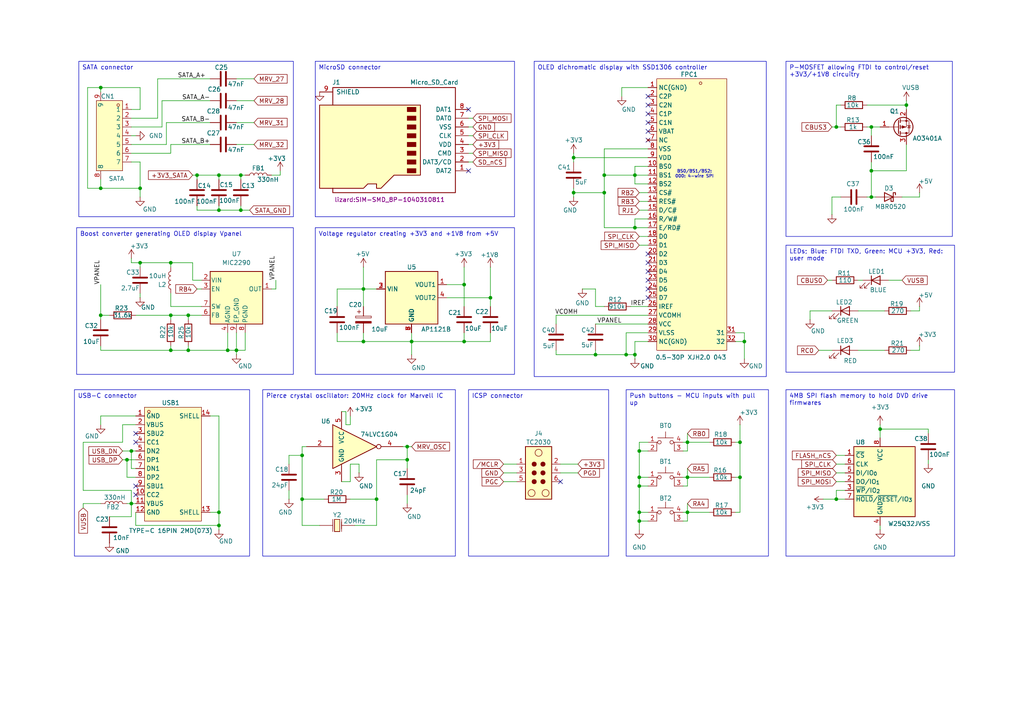
<source format=kicad_sch>
(kicad_sch (version 20250114) (generator "eeschema") (generator_version "9.0")
  (paper "A4")
  (text "BS0/BS1/BS2:\n000: 4-wire SPI" (at 201.422 50.546 0) (effects (font (size 0.889 0.889))))
  (text_box "Boost converter generating OLED display Vpanel" (at 22.225 66.04 0) (size 62.865 42.545) (margins 0.9525 0.9525 0.9525 0.9525) (effects (font (size 1.27 1.27)) (justify left top)))
  (text_box "4MB SPI flash memory to hold DVD drive firmwares" (at 227.965 113.03 0) (size 48.895 48.26) (margins 0.9525 0.9525 0.9525 0.9525) (effects (font (size 1.27 1.27)) (justify left top)))
  (text_box "Voltage regulator creating +3V3 and +1V8 from +5V" (at 91.44 66.04 0) (size 57.785 42.545) (margins 0.9525 0.9525 0.9525 0.9525) (effects (font (size 1.27 1.27)) (justify left top)))
  (text_box "Pierce crystal oscillator: 20MHz clock for Marvell IC" (at 76.2 113.03 0) (size 55.88 48.26) (margins 0.9525 0.9525 0.9525 0.9525) (effects (font (size 1.27 1.27)) (justify left top)))
  (text_box "USB-C connector" (at 21.59 113.03 0) (size 50.8 48.26) (margins 0.9525 0.9525 0.9525 0.9525) (effects (font (size 1.27 1.27)) (justify left top)))
  (text_box "SATA connector" (at 22.86 17.78 0) (size 62.23 45.085) (margins 0.9525 0.9525 0.9525 0.9525) (effects (font (size 1.27 1.27)) (justify left top)))
  (text_box "OLED dichromatic display with SSD1306 controller" (at 154.94 17.78 0) (size 67.31 91.44) (margins 0.9525 0.9525 0.9525 0.9525) (effects (font (size 1.27 1.27)) (justify left top)))
  (text_box "Push buttons - MCU inputs with pull up" (at 181.61 113.03 0) (size 41.275 48.26) (margins 0.9525 0.9525 0.9525 0.9525) (effects (font (size 1.27 1.27)) (justify left top)))
  (text_box "MicroSD connector" (at 91.44 17.78 0) (size 57.785 45.085) (margins 0.9525 0.9525 0.9525 0.9525) (effects (font (size 1.27 1.27)) (justify left top)))
  (text_box "P-MOSFET allowing FTDI to control/reset +3V3/+1V8 circuitry" (at 227.965 17.78 0) (size 48.26 50.8) (margins 0.9525 0.9525 0.9525 0.9525) (effects (font (size 1.27 1.27)) (justify left top)))
  (text_box "LEDs; Blue: FTDI TXD, Green: MCU +3V3, Red: user mode" (at 227.965 71.12 0) (size 48.895 36.83) (margins 0.9525 0.9525 0.9525 0.9525) (effects (font (size 1.27 1.27)) (justify left top)))
  (text_box "ICSP connector" (at 135.89 113.03 0) (size 40.64 48.26) (margins 0.9525 0.9525 0.9525 0.9525) (effects (font (size 1.27 1.27)) (justify left top)))
  (junction (at 185.42 130.81))
  (junction (at 49.53 91.44))
  (junction (at 185.42 151.13))
  (junction (at 54.61 101.6))
  (junction (at 252.73 49.53))
  (junction (at 63.5 148.59))
  (junction (at 185.42 140.97))
  (junction (at 214.63 138.43))
  (junction (at 184.15 66.04))
  (junction (at 105.41 99.06))
  (junction (at 38.1 130.81))
  (junction (at 255.27 124.46))
  (junction (at 118.11 133.35))
  (junction (at 40.64 54.61))
  (junction (at 184.15 102.87))
  (junction (at 49.53 76.2))
  (junction (at 63.5 60.96))
  (junction (at 252.73 57.15))
  (junction (at 29.21 54.61))
  (junction (at 87.63 132.08))
  (junction (at 172.72 102.87))
  (junction (at 214.63 128.27))
  (junction (at 181.61 102.87))
  (junction (at 68.58 101.6))
  (junction (at 184.15 50.8))
  (junction (at 199.39 128.27))
  (junction (at 175.26 55.88))
  (junction (at 119.38 99.06))
  (junction (at 29.21 91.44))
  (junction (at 185.42 138.43))
  (junction (at 57.15 50.8))
  (junction (at 87.63 144.78))
  (junction (at 242.57 36.83))
  (junction (at 134.62 82.55))
  (junction (at 63.5 152.4))
  (junction (at 242.57 144.78))
  (junction (at 69.85 50.8))
  (junction (at 199.39 148.59))
  (junction (at 69.85 60.96))
  (junction (at 54.61 91.44))
  (junction (at 262.89 30.48))
  (junction (at 134.62 99.06))
  (junction (at 215.9 99.06))
  (junction (at 49.53 101.6))
  (junction (at 118.11 129.54))
  (junction (at 36.83 133.35))
  (junction (at 142.24 86.36))
  (junction (at 252.73 36.83))
  (junction (at 166.37 55.88))
  (junction (at 38.1 146.05))
  (junction (at 166.37 45.72))
  (junction (at 175.26 50.8))
  (junction (at 185.42 148.59))
  (junction (at 63.5 50.8))
  (junction (at 199.39 138.43))
  (junction (at 29.21 25.4))
  (junction (at 105.41 83.82))
  (junction (at 66.04 101.6))
  (junction (at 109.22 144.78))
  (junction (at 40.64 76.2))
  (no_connect (at 39.37 128.27))
  (no_connect (at 187.96 35.56))
  (no_connect (at 187.96 40.64))
  (no_connect (at 187.96 78.74))
  (no_connect (at 39.37 125.73))
  (no_connect (at 187.96 30.48))
  (no_connect (at 187.96 81.28))
  (no_connect (at 187.96 76.2))
  (no_connect (at 187.96 83.82))
  (no_connect (at 162.56 139.7))
  (no_connect (at 39.37 140.97))
  (no_connect (at 135.89 31.75))
  (no_connect (at 187.96 86.36))
  (no_connect (at 187.96 38.1))
  (no_connect (at 187.96 27.94))
  (no_connect (at 39.37 143.51))
  (no_connect (at 187.96 73.66))
  (no_connect (at 187.96 33.02))
  (no_connect (at 135.89 49.53))
  (wire (pts (xy 25.4 25.4) (xy 25.4 54.61)))
  (wire (pts (xy 109.22 133.35) (xy 118.11 133.35)))
  (wire (pts (xy 166.37 45.72) (xy 166.37 46.99)))
  (wire (pts (xy 55.88 76.2) (xy 55.88 81.28)))
  (wire (pts (xy 97.79 99.06) (xy 105.41 99.06)))
  (wire (pts (xy 35.56 128.27) (xy 35.56 123.19)))
  (wire (pts (xy 35.56 130.81) (xy 38.1 130.81)))
  (wire (pts (xy 105.41 96.52) (xy 105.41 99.06)))
  (wire (pts (xy 78.74 50.8) (xy 81.28 50.8)))
  (wire (pts (xy 161.29 102.87) (xy 161.29 101.6)))
  (wire (pts (xy 135.89 44.45) (xy 137.16 44.45)))
  (wire (pts (xy 175.26 55.88) (xy 175.26 66.04)))
  (wire (pts (xy 49.53 76.2) (xy 55.88 76.2)))
  (wire (pts (xy 242.57 139.7) (xy 245.11 139.7)))
  (wire (pts (xy 129.54 86.36) (xy 142.24 86.36)))
  (wire (pts (xy 234.95 92.71) (xy 234.95 90.17)))
  (wire (pts (xy 87.63 152.4) (xy 92.71 152.4)))
  (wire (pts (xy 242.57 142.24) (xy 242.57 144.78)))
  (wire (pts (xy 266.7 88.9) (xy 266.7 90.17)))
  (wire (pts (xy 54.61 100.33) (xy 54.61 101.6)))
  (wire (pts (xy 69.85 50.8) (xy 69.85 52.07)))
  (wire (pts (xy 198.12 138.43) (xy 199.39 138.43)))
  (wire (pts (xy 213.36 138.43) (xy 214.63 138.43)))
  (wire (pts (xy 242.57 137.16) (xy 245.11 137.16)))
  (wire (pts (xy 134.62 99.06) (xy 142.24 99.06)))
  (wire (pts (xy 146.05 139.7) (xy 149.86 139.7)))
  (wire (pts (xy 252.73 49.53) (xy 262.89 49.53)))
  (wire (pts (xy 105.41 99.06) (xy 119.38 99.06)))
  (wire (pts (xy 243.84 36.83) (xy 242.57 36.83)))
  (wire (pts (xy 63.5 120.65) (xy 63.5 148.59)))
  (wire (pts (xy 38.1 31.75) (xy 40.64 31.75)))
  (wire (pts (xy 172.72 83.82) (xy 168.91 83.82)))
  (wire (pts (xy 180.34 25.4) (xy 187.96 25.4)))
  (wire (pts (xy 80.01 83.82) (xy 78.74 83.82)))
  (wire (pts (xy 58.42 81.28) (xy 55.88 81.28)))
  (wire (pts (xy 38.1 146.05) (xy 38.1 142.24)))
  (wire (pts (xy 48.26 35.56) (xy 48.26 41.91)))
  (wire (pts (xy 57.15 83.82) (xy 58.42 83.82)))
  (wire (pts (xy 248.92 81.28) (xy 250.19 81.28)))
  (wire (pts (xy 187.96 96.52) (xy 181.61 96.52)))
  (wire (pts (xy 101.6 120.65) (xy 101.6 123.19)))
  (wire (pts (xy 39.37 148.59) (xy 39.37 152.4)))
  (wire (pts (xy 45.72 22.86) (xy 60.96 22.86)))
  (wire (pts (xy 198.12 140.97) (xy 199.39 140.97)))
  (wire (pts (xy 57.15 50.8) (xy 57.15 52.07)))
  (wire (pts (xy 184.15 63.5) (xy 187.96 63.5)))
  (wire (pts (xy 134.62 82.55) (xy 134.62 88.9)))
  (wire (pts (xy 31.75 149.86) (xy 38.1 149.86)))
  (wire (pts (xy 215.9 99.06) (xy 213.36 99.06)))
  (wire (pts (xy 71.12 50.8) (xy 69.85 50.8)))
  (wire (pts (xy 101.6 139.7) (xy 99.06 139.7)))
  (wire (pts (xy 199.39 135.89) (xy 199.39 138.43)))
  (wire (pts (xy 199.39 146.05) (xy 199.39 148.59)))
  (wire (pts (xy 87.63 129.54) (xy 88.9 129.54)))
  (wire (pts (xy 199.39 140.97) (xy 199.39 138.43)))
  (wire (pts (xy 264.16 101.6) (xy 266.7 101.6)))
  (wire (pts (xy 187.96 48.26) (xy 184.15 48.26)))
  (wire (pts (xy 184.15 50.8) (xy 187.96 50.8)))
  (wire (pts (xy 146.05 137.16) (xy 149.86 137.16)))
  (wire (pts (xy 142.24 99.06) (xy 142.24 96.52)))
  (wire (pts (xy 181.61 96.52) (xy 181.61 102.87)))
  (wire (pts (xy 119.38 99.06) (xy 134.62 99.06)))
  (wire (pts (xy 46.99 29.21) (xy 60.96 29.21)))
  (wire (pts (xy 185.42 71.12) (xy 187.96 71.12)))
  (wire (pts (xy 118.11 143.51) (xy 118.11 146.05)))
  (wire (pts (xy 252.73 46.99) (xy 252.73 49.53)))
  (wire (pts (xy 242.57 132.08) (xy 245.11 132.08)))
  (wire (pts (xy 166.37 55.88) (xy 175.26 55.88)))
  (wire (pts (xy 97.79 96.52) (xy 97.79 99.06)))
  (wire (pts (xy 29.21 52.07) (xy 29.21 54.61)))
  (wire (pts (xy 185.42 148.59) (xy 185.42 151.13)))
  (wire (pts (xy 35.56 123.19) (xy 39.37 123.19)))
  (wire (pts (xy 175.26 50.8) (xy 184.15 50.8)))
  (wire (pts (xy 240.03 81.28) (xy 241.3 81.28)))
  (wire (pts (xy 109.22 152.4) (xy 102.87 152.4)))
  (wire (pts (xy 242.57 144.78) (xy 245.11 144.78)))
  (wire (pts (xy 175.26 50.8) (xy 175.26 55.88)))
  (wire (pts (xy 129.54 82.55) (xy 134.62 82.55)))
  (wire (pts (xy 24.13 146.05) (xy 29.21 146.05)))
  (wire (pts (xy 199.39 128.27) (xy 199.39 130.81)))
  (wire (pts (xy 199.39 148.59) (xy 199.39 151.13)))
  (wire (pts (xy 80.01 81.28) (xy 80.01 83.82)))
  (wire (pts (xy 40.64 46.99) (xy 38.1 46.99)))
  (wire (pts (xy 172.72 102.87) (xy 181.61 102.87)))
  (wire (pts (xy 73.66 22.86) (xy 68.58 22.86)))
  (wire (pts (xy 242.57 142.24) (xy 245.11 142.24)))
  (wire (pts (xy 60.96 148.59) (xy 63.5 148.59)))
  (wire (pts (xy 161.29 102.87) (xy 172.72 102.87)))
  (wire (pts (xy 24.13 146.05) (xy 24.13 147.32)))
  (wire (pts (xy 29.21 91.44) (xy 29.21 92.71)))
  (wire (pts (xy 29.21 91.44) (xy 31.75 91.44)))
  (wire (pts (xy 135.89 39.37) (xy 137.16 39.37)))
  (wire (pts (xy 105.41 77.47) (xy 105.41 83.82)))
  (wire (pts (xy 69.85 50.8) (xy 63.5 50.8)))
  (wire (pts (xy 266.7 100.33) (xy 266.7 101.6)))
  (wire (pts (xy 251.46 36.83) (xy 252.73 36.83)))
  (wire (pts (xy 66.04 96.52) (xy 66.04 101.6)))
  (wire (pts (xy 63.5 148.59) (xy 63.5 152.4)))
  (wire (pts (xy 101.6 139.7) (xy 101.6 134.62)))
  (wire (pts (xy 214.63 128.27) (xy 213.36 128.27)))
  (wire (pts (xy 241.3 57.15) (xy 241.3 62.23)))
  (wire (pts (xy 184.15 102.87) (xy 181.61 102.87)))
  (wire (pts (xy 187.96 43.18) (xy 175.26 43.18)))
  (wire (pts (xy 68.58 101.6) (xy 68.58 102.87)))
  (wire (pts (xy 243.84 57.15) (xy 241.3 57.15)))
  (wire (pts (xy 66.04 101.6) (xy 68.58 101.6)))
  (wire (pts (xy 251.46 57.15) (xy 252.73 57.15)))
  (wire (pts (xy 252.73 57.15) (xy 254 57.15)))
  (wire (pts (xy 269.24 133.35) (xy 269.24 134.62)))
  (wire (pts (xy 38.1 130.81) (xy 38.1 135.89)))
  (wire (pts (xy 36.83 133.35) (xy 39.37 133.35)))
  (wire (pts (xy 185.42 130.81) (xy 187.96 130.81)))
  (wire (pts (xy 101.6 134.62) (xy 104.14 134.62)))
  (wire (pts (xy 142.24 86.36) (xy 142.24 88.9)))
  (wire (pts (xy 162.56 134.62) (xy 167.64 134.62)))
  (wire (pts (xy 172.72 88.9) (xy 172.72 83.82)))
  (wire (pts (xy 215.9 96.52) (xy 215.9 99.06)))
  (wire (pts (xy 119.38 96.52) (xy 119.38 99.06)))
  (wire (pts (xy 87.63 144.78) (xy 93.98 144.78)))
  (wire (pts (xy 166.37 55.88) (xy 166.37 57.15)))
  (wire (pts (xy 184.15 48.26) (xy 184.15 50.8)))
  (wire (pts (xy 54.61 91.44) (xy 54.61 92.71)))
  (wire (pts (xy 262.89 29.21) (xy 262.89 30.48)))
  (wire (pts (xy 185.42 130.81) (xy 185.42 138.43)))
  (wire (pts (xy 68.58 101.6) (xy 71.12 101.6)))
  (wire (pts (xy 199.39 125.73) (xy 199.39 128.27)))
  (wire (pts (xy 38.1 74.93) (xy 38.1 76.2)))
  (wire (pts (xy 185.42 60.96) (xy 187.96 60.96)))
  (wire (pts (xy 175.26 66.04) (xy 184.15 66.04)))
  (wire (pts (xy 87.63 132.08) (xy 87.63 144.78)))
  (wire (pts (xy 35.56 133.35) (xy 36.83 133.35)))
  (wire (pts (xy 72.39 60.96) (xy 69.85 60.96)))
  (wire (pts (xy 166.37 55.88) (xy 166.37 54.61)))
  (wire (pts (xy 234.95 90.17) (xy 241.3 90.17)))
  (wire (pts (xy 40.64 25.4) (xy 40.64 31.75)))
  (wire (pts (xy 146.05 134.62) (xy 149.86 134.62)))
  (wire (pts (xy 49.53 41.91) (xy 60.96 41.91)))
  (wire (pts (xy 184.15 53.34) (xy 187.96 53.34)))
  (wire (pts (xy 175.26 43.18) (xy 175.26 50.8)))
  (wire (pts (xy 184.15 50.8) (xy 184.15 53.34)))
  (wire (pts (xy 40.64 57.15) (xy 40.64 54.61)))
  (wire (pts (xy 214.63 128.27) (xy 214.63 138.43)))
  (wire (pts (xy 24.13 128.27) (xy 35.56 128.27)))
  (wire (pts (xy 185.42 58.42) (xy 187.96 58.42)))
  (wire (pts (xy 83.82 142.24) (xy 83.82 144.78)))
  (wire (pts (xy 135.89 46.99) (xy 137.16 46.99)))
  (wire (pts (xy 185.42 128.27) (xy 185.42 130.81)))
  (wire (pts (xy 135.89 41.91) (xy 137.16 41.91)))
  (wire (pts (xy 264.16 90.17) (xy 266.7 90.17)))
  (wire (pts (xy 135.89 36.83) (xy 137.16 36.83)))
  (wire (pts (xy 109.22 144.78) (xy 109.22 133.35)))
  (wire (pts (xy 162.56 137.16) (xy 167.64 137.16)))
  (wire (pts (xy 57.15 59.69) (xy 57.15 60.96)))
  (wire (pts (xy 29.21 100.33) (xy 29.21 101.6)))
  (wire (pts (xy 29.21 25.4) (xy 40.64 25.4)))
  (wire (pts (xy 49.53 101.6) (xy 54.61 101.6)))
  (wire (pts (xy 38.1 135.89) (xy 39.37 135.89)))
  (wire (pts (xy 63.5 50.8) (xy 63.5 52.07)))
  (wire (pts (xy 40.64 86.36) (xy 40.64 85.09)))
  (wire (pts (xy 58.42 88.9) (xy 49.53 88.9)))
  (wire (pts (xy 29.21 82.55) (xy 29.21 91.44)))
  (wire (pts (xy 187.96 138.43) (xy 185.42 138.43)))
  (wire (pts (xy 29.21 101.6) (xy 49.53 101.6)))
  (wire (pts (xy 100.33 123.19) (xy 100.33 119.38)))
  (wire (pts (xy 166.37 44.45) (xy 166.37 45.72)))
  (wire (pts (xy 199.39 151.13) (xy 198.12 151.13)))
  (wire (pts (xy 40.64 54.61) (xy 40.64 46.99)))
  (wire (pts (xy 252.73 39.37) (xy 252.73 36.83)))
  (wire (pts (xy 63.5 153.67) (xy 63.5 152.4)))
  (wire (pts (xy 215.9 99.06) (xy 215.9 104.14)))
  (wire (pts (xy 55.88 50.8) (xy 57.15 50.8)))
  (wire (pts (xy 73.66 41.91) (xy 68.58 41.91)))
  (wire (pts (xy 248.92 101.6) (xy 256.54 101.6)))
  (wire (pts (xy 172.72 93.98) (xy 187.96 93.98)))
  (wire (pts (xy 185.42 151.13) (xy 185.42 153.67)))
  (wire (pts (xy 83.82 132.08) (xy 83.82 134.62)))
  (wire (pts (xy 180.34 27.94) (xy 180.34 25.4)))
  (wire (pts (xy 81.28 49.53) (xy 81.28 50.8)))
  (wire (pts (xy 38.1 142.24) (xy 24.13 142.24)))
  (wire (pts (xy 87.63 129.54) (xy 87.63 132.08)))
  (wire (pts (xy 29.21 123.19) (xy 29.21 120.65)))
  (wire (pts (xy 57.15 50.8) (xy 63.5 50.8)))
  (wire (pts (xy 25.4 54.61) (xy 29.21 54.61)))
  (wire (pts (xy 54.61 101.6) (xy 66.04 101.6)))
  (wire (pts (xy 172.72 88.9) (xy 175.26 88.9)))
  (wire (pts (xy 161.29 93.98) (xy 161.29 91.44)))
  (wire (pts (xy 63.5 59.69) (xy 63.5 60.96)))
  (wire (pts (xy 266.7 57.15) (xy 266.7 55.88)))
  (wire (pts (xy 40.64 54.61) (xy 29.21 54.61)))
  (wire (pts (xy 49.53 41.91) (xy 49.53 44.45)))
  (wire (pts (xy 49.53 101.6) (xy 49.53 100.33)))
  (wire (pts (xy 172.72 102.87) (xy 172.72 101.6)))
  (wire (pts (xy 262.89 30.48) (xy 262.89 31.75)))
  (wire (pts (xy 49.53 44.45) (xy 38.1 44.45)))
  (wire (pts (xy 199.39 128.27) (xy 198.12 128.27)))
  (wire (pts (xy 46.99 29.21) (xy 46.99 36.83)))
  (wire (pts (xy 199.39 138.43) (xy 205.74 138.43)))
  (wire (pts (xy 105.41 88.9) (xy 105.41 83.82)))
  (wire (pts (xy 134.62 77.47) (xy 134.62 82.55)))
  (wire (pts (xy 184.15 99.06) (xy 184.15 102.87)))
  (wire (pts (xy 142.24 77.47) (xy 142.24 86.36)))
  (wire (pts (xy 49.53 91.44) (xy 54.61 91.44)))
  (wire (pts (xy 242.57 134.62) (xy 245.11 134.62)))
  (wire (pts (xy 257.81 81.28) (xy 261.62 81.28)))
  (wire (pts (xy 101.6 144.78) (xy 109.22 144.78)))
  (wire (pts (xy 237.49 101.6) (xy 241.3 101.6)))
  (wire (pts (xy 38.1 149.86) (xy 38.1 146.05)))
  (wire (pts (xy 46.99 36.83) (xy 38.1 36.83)))
  (wire (pts (xy 213.36 96.52) (xy 215.9 96.52)))
  (wire (pts (xy 185.42 151.13) (xy 187.96 151.13)))
  (wire (pts (xy 48.26 41.91) (xy 38.1 41.91)))
  (wire (pts (xy 255.27 152.4) (xy 255.27 153.67)))
  (wire (pts (xy 182.88 88.9) (xy 187.96 88.9)))
  (wire (pts (xy 187.96 148.59) (xy 185.42 148.59)))
  (wire (pts (xy 29.21 25.4) (xy 29.21 26.67)))
  (wire (pts (xy 38.1 39.37) (xy 39.37 39.37)))
  (wire (pts (xy 166.37 45.72) (xy 187.96 45.72)))
  (wire (pts (xy 269.24 125.73) (xy 269.24 124.46)))
  (wire (pts (xy 116.84 129.54) (xy 118.11 129.54)))
  (wire (pts (xy 49.53 92.71) (xy 49.53 91.44)))
  (wire (pts (xy 248.92 90.17) (xy 256.54 90.17)))
  (wire (pts (xy 262.89 49.53) (xy 262.89 41.91)))
  (wire (pts (xy 242.57 36.83) (xy 242.57 30.48)))
  (wire (pts (xy 36.83 138.43) (xy 36.83 133.35)))
  (wire (pts (xy 213.36 148.59) (xy 214.63 148.59)))
  (wire (pts (xy 185.42 140.97) (xy 185.42 148.59)))
  (wire (pts (xy 73.66 35.56) (xy 68.58 35.56)))
  (wire (pts (xy 45.72 22.86) (xy 45.72 34.29)))
  (wire (pts (xy 252.73 57.15) (xy 252.73 49.53)))
  (wire (pts (xy 29.21 25.4) (xy 25.4 25.4)))
  (wire (pts (xy 97.79 83.82) (xy 105.41 83.82)))
  (wire (pts (xy 261.62 57.15) (xy 266.7 57.15)))
  (wire (pts (xy 40.64 76.2) (xy 49.53 76.2)))
  (wire (pts (xy 118.11 133.35) (xy 118.11 129.54)))
  (wire (pts (xy 242.57 30.48) (xy 243.84 30.48)))
  (wire (pts (xy 101.6 123.19) (xy 100.33 123.19)))
  (wire (pts (xy 185.42 138.43) (xy 185.42 140.97)))
  (wire (pts (xy 199.39 148.59) (xy 205.74 148.59)))
  (wire (pts (xy 184.15 66.04) (xy 187.96 66.04)))
  (wire (pts (xy 255.27 123.19) (xy 255.27 124.46)))
  (wire (pts (xy 45.72 34.29) (xy 38.1 34.29)))
  (wire (pts (xy 251.46 30.48) (xy 262.89 30.48)))
  (wire (pts (xy 29.21 120.65) (xy 39.37 120.65)))
  (wire (pts (xy 185.42 68.58) (xy 187.96 68.58)))
  (wire (pts (xy 39.37 91.44) (xy 49.53 91.44)))
  (wire (pts (xy 134.62 96.52) (xy 134.62 99.06)))
  (wire (pts (xy 198.12 148.59) (xy 199.39 148.59)))
  (wire (pts (xy 118.11 133.35) (xy 118.11 135.89)))
  (wire (pts (xy 54.61 91.44) (xy 58.42 91.44)))
  (wire (pts (xy 38.1 76.2) (xy 40.64 76.2)))
  (wire (pts (xy 73.66 29.21) (xy 68.58 29.21)))
  (wire (pts (xy 39.37 152.4) (xy 63.5 152.4)))
  (wire (pts (xy 161.29 91.44) (xy 187.96 91.44)))
  (wire (pts (xy 48.26 35.56) (xy 60.96 35.56)))
  (wire (pts (xy 24.13 142.24) (xy 24.13 128.27)))
  (wire (pts (xy 135.89 34.29) (xy 137.16 34.29)))
  (wire (pts (xy 69.85 60.96) (xy 63.5 60.96)))
  (wire (pts (xy 255.27 124.46) (xy 269.24 124.46)))
  (wire (pts (xy 184.15 102.87) (xy 184.15 104.14)))
  (wire (pts (xy 105.41 83.82) (xy 109.22 83.82)))
  (wire (pts (xy 199.39 128.27) (xy 205.74 128.27)))
  (wire (pts (xy 38.1 146.05) (xy 39.37 146.05)))
  (wire (pts (xy 69.85 60.96) (xy 69.85 59.69)))
  (wire (pts (xy 119.38 102.87) (xy 119.38 99.06)))
  (wire (pts (xy 184.15 63.5) (xy 184.15 66.04)))
  (wire (pts (xy 39.37 138.43) (xy 36.83 138.43)))
  (wire (pts (xy 49.53 77.47) (xy 49.53 76.2)))
  (wire (pts (xy 185.42 55.88) (xy 187.96 55.88)))
  (wire (pts (xy 187.96 128.27) (xy 185.42 128.27)))
  (wire (pts (xy 60.96 120.65) (xy 63.5 120.65)))
  (wire (pts (xy 118.11 129.54) (xy 119.38 129.54)))
  (wire (pts (xy 63.5 60.96) (xy 57.15 60.96)))
  (wire (pts (xy 87.63 144.78) (xy 87.63 152.4)))
  (wire (pts (xy 39.37 130.81) (xy 38.1 130.81)))
  (wire (pts (xy 71.12 96.52) (xy 71.12 101.6)))
  (wire (pts (xy 242.57 36.83) (xy 241.3 36.83)))
  (wire (pts (xy 49.53 85.09) (xy 49.53 88.9)))
  (wire (pts (xy 104.14 137.16) (xy 104.14 134.62)))
  (wire (pts (xy 100.33 119.38) (xy 99.06 119.38)))
  (wire (pts (xy 199.39 130.81) (xy 198.12 130.81)))
  (wire (pts (xy 109.22 152.4) (xy 109.22 144.78)))
  (wire (pts (xy 187.96 99.06) (xy 184.15 99.06)))
  (wire (pts (xy 214.63 138.43) (xy 214.63 148.59)))
  (wire (pts (xy 255.27 124.46) (xy 255.27 127)))
  (wire (pts (xy 83.82 132.08) (xy 87.63 132.08)))
  (wire (pts (xy 214.63 123.19) (xy 214.63 128.27)))
  (wire (pts (xy 40.64 76.2) (xy 40.64 77.47)))
  (wire (pts (xy 68.58 96.52) (xy 68.58 101.6)))
  (wire (pts (xy 252.73 36.83) (xy 255.27 36.83)))
  (wire (pts (xy 238.76 144.78) (xy 242.57 144.78)))
  (wire (pts (xy 185.42 140.97) (xy 187.96 140.97)))
  (wire (pts (xy 97.79 88.9) (xy 97.79 83.82)))
  (wire (pts (xy 36.83 146.05) (xy 38.1 146.05)))
  (label "SATA_B-" (at 60.96 35.56 180))
  (label "SATA_B+" (at 60.96 41.91 180))
  (label "VPANEL" (at 180.34 93.98 180))
  (label "VPANEL" (at 29.21 82.55 90))
  (label "VCOMH" (at 167.64 91.44 180))
  (label "SATA_A-" (at 60.96 29.21 180))
  (label "VPANEL" (at 80.01 81.28 90))
  (label "SATA_A+" (at 59.69 22.86 180))
  (label "IREF" (at 182.88 88.9 0))
  (global_label "RB2" (shape input) (at 185.42 55.88 180) (property "Intersheetrefs" "${INTERSHEET_REFS}" (effects (hide yes))))
  (global_label "RB3" (shape input) (at 185.42 58.42 180) (property "Intersheetrefs" "${INTERSHEET_REFS}" (effects (hide yes))))
  (global_label "VUSB" (shape input) (at 261.62 81.28 0) (property "Intersheetrefs" "${INTERSHEET_REFS}" (effects (hide yes))))
  (global_label "RA5" (shape input) (at 199.39 135.89 0) (property "Intersheetrefs" "${INTERSHEET_REFS}" (effects (hide yes))))
  (global_label "+3V3" (shape input) (at 137.16 41.91 0) (property "Intersheetrefs" "${INTERSHEET_REFS}" (effects (hide yes))))
  (global_label "RA4" (shape input) (at 199.39 146.05 0) (property "Intersheetrefs" "${INTERSHEET_REFS}" (effects (hide yes))))
  (global_label "RB4" (shape input) (at 57.15 83.82 180) (property "Intersheetrefs" "${INTERSHEET_REFS}" (effects (hide yes))))
  (global_label "GND" (shape input) (at 137.16 36.83 0) (property "Intersheetrefs" "${INTERSHEET_REFS}" (effects (hide yes))))
  (global_label "MRV_OSC" (shape input) (at 119.38 129.54 0) (property "Intersheetrefs" "${INTERSHEET_REFS}" (effects (hide yes))))
  (global_label "MRV_27" (shape input) (at 73.66 22.86 0) (property "Intersheetrefs" "${INTERSHEET_REFS}" (effects (hide yes))))
  (global_label "SPI_CLK" (shape input) (at 137.16 39.37 0) (property "Intersheetrefs" "${INTERSHEET_REFS}" (effects (hide yes))))
  (global_label "GND" (shape input) (at 146.05 137.16 180) (property "Intersheetrefs" "${INTERSHEET_REFS}" (effects (hide yes))))
  (global_label "PGC" (shape input) (at 146.05 139.7 180) (property "Intersheetrefs" "${INTERSHEET_REFS}" (effects (hide yes))))
  (global_label "SPI_MISO" (shape input) (at 185.42 71.12 180) (property "Intersheetrefs" "${INTERSHEET_REFS}" (effects (hide yes))))
  (global_label "SD_nCS" (shape input) (at 137.16 46.99 0) (property "Intersheetrefs" "${INTERSHEET_REFS}" (effects (hide yes))))
  (global_label "RC0" (shape input) (at 237.49 101.6 180) (property "Intersheetrefs" "${INTERSHEET_REFS}" (effects (hide yes))))
  (global_label "{slash}MCLR" (shape input) (at 146.05 134.62 180) (property "Intersheetrefs" "${INTERSHEET_REFS}" (effects (hide yes))))
  (global_label "SPI_CLK" (shape input) (at 185.42 68.58 180) (property "Intersheetrefs" "${INTERSHEET_REFS}" (effects (hide yes))))
  (global_label "MRV_28" (shape input) (at 73.66 29.21 0) (property "Intersheetrefs" "${INTERSHEET_REFS}" (effects (hide yes))))
  (global_label "+3V3" (shape input) (at 167.64 134.62 0) (property "Intersheetrefs" "${INTERSHEET_REFS}" (effects (hide yes))))
  (global_label "USB_DN" (shape input) (at 35.56 130.81 180) (property "Intersheetrefs" "${INTERSHEET_REFS}" (effects (hide yes))))
  (global_label "FLASH_nCS" (shape input) (at 242.57 132.08 180) (property "Intersheetrefs" "${INTERSHEET_REFS}" (effects (hide yes))))
  (global_label "SPI_MISO" (shape input) (at 137.16 44.45 0) (property "Intersheetrefs" "${INTERSHEET_REFS}" (effects (hide yes))))
  (global_label "SATA_GND" (shape input) (at 72.39 60.96 0) (property "Intersheetrefs" "${INTERSHEET_REFS}" (effects (hide yes))))
  (global_label "CBUS3" (shape input) (at 241.3 36.83 180) (property "Intersheetrefs" "${INTERSHEET_REFS}" (effects (hide yes))))
  (global_label "SPI_CLK" (shape input) (at 242.57 134.62 180) (property "Intersheetrefs" "${INTERSHEET_REFS}" (effects (hide yes))))
  (global_label "PGD" (shape input) (at 167.64 137.16 0) (property "Intersheetrefs" "${INTERSHEET_REFS}" (effects (hide yes))))
  (global_label "RB0" (shape input) (at 199.39 125.73 0) (property "Intersheetrefs" "${INTERSHEET_REFS}" (effects (hide yes))))
  (global_label "MRV_32" (shape input) (at 73.66 41.91 0) (property "Intersheetrefs" "${INTERSHEET_REFS}" (effects (hide yes))))
  (global_label "RJ1" (shape input) (at 185.42 60.96 180) (property "Intersheetrefs" "${INTERSHEET_REFS}" (effects (hide yes))))
  (global_label "SPI_MOSI" (shape input) (at 242.57 139.7 180) (property "Intersheetrefs" "${INTERSHEET_REFS}" (effects (hide yes))))
  (global_label "SPI_MISO" (shape input) (at 242.57 137.16 180) (property "Intersheetrefs" "${INTERSHEET_REFS}" (effects (hide yes))))
  (global_label "USB_DP" (shape input) (at 35.56 133.35 180) (property "Intersheetrefs" "${INTERSHEET_REFS}" (effects (hide yes))))
  (global_label "MRV_31" (shape input) (at 73.66 35.56 0) (property "Intersheetrefs" "${INTERSHEET_REFS}" (effects (hide yes))))
  (global_label "SPI_MOSI" (shape input) (at 137.16 34.29 0) (property "Intersheetrefs" "${INTERSHEET_REFS}" (effects (hide yes))))
  (global_label "+3V3_SATA" (shape input) (at 55.88 50.8 180) (property "Intersheetrefs" "${INTERSHEET_REFS}" (effects (hide yes))))
  (global_label "CBUS0" (shape input) (at 240.03 81.28 180) (property "Intersheetrefs" "${INTERSHEET_REFS}" (effects (hide yes))))
  (global_label "VUSB" (shape input) (at 24.13 147.32 270) (property "Intersheetrefs" "${INTERSHEET_REFS}" (effects (hide yes))))
  (symbol (lib_id "power:+1V8") (at 142.24 77.47 0) (unit 1)
    (property "Reference" "#PWR06" (effects (hide yes)))
    (property "Value" "+1V8" (at 141.986 73.914 0))
    (property "Description" "Power symbol creates a global label with name \"+1V8\"" (effects (hide yes)))
  )
  (symbol (lib_id "Switch:SW_MEC_5E") (at 193.04 140.97 0) (unit 1)
    (property "Reference" "BT1" (at 193.04 133.858 0))
    (property "Value" "SW_Push" (effects (hide yes)))
    (property "Footprint" "lizard:KEY-SMD_4P-L6.0-W6.0-P4.50-LS9.0" (effects (hide yes)))
    (property "Datasheet" "http://www.apem.com/int/index.php?controller=attachment&id_attachment=1371" (effects (hide yes)))
    (property "Description" "MEC 5E single pole normally-open tactile switch" (effects (hide yes)))
  )
  (symbol (lib_id "Device:C") (at 247.65 57.15 90) (mirror x) (unit 1)
    (property "Reference" "C37" (at 247.396 53.34 90))
    (property "Value" "100nF" (at 247.65 60.706 90))
    (property "Footprint" "Capacitor_SMD:C_0603_1608Metric" (effects (hide yes)))
    (property "Description" "Unpolarized capacitor" (effects (hide yes)))
  )
  (symbol (lib_id "Device:L") (at 49.53 81.28 180) (unit 1)
    (property "Reference" "L2" (at 48.26 82.5501 0) (effects (justify left)))
    (property "Value" "10uH" (at 48.26 80.0101 0) (effects (justify left)))
    (property "Footprint" "Inductor_SMD_Wurth:L_Wurth_WE-LQSH-3012" (effects (hide yes)))
  )
  (symbol (lib_id "lizard:0.5-30PXJH2.0043") (at 201.93 62.23 0) (unit 1)
    (property "Reference" "FPC1" (at 199.898 21.59 0))
    (property "Value" "0.5-30P XJH2.0 043" (at 200.406 103.632 0))
    (property "Footprint" "lizard:FPC-SMD_30P-P0.50_0.5-30P-XJH2.0-043" (effects (hide yes)))
    (property "LCSC Part" "C5373440" (effects (hide yes)))
  )
  (symbol (lib_id "power:GND") (at 68.58 102.87 0) (unit 1)
    (property "Reference" "#PWR029" (effects (hide yes)))
    (property "Value" "GND" (at 71.12 106.172 0))
    (property "Description" "Power symbol creates a global label with name \"GND\" , ground" (effects (hide yes)))
  )
  (symbol (lib_id "power:GND") (at 29.21 123.19 0) (unit 1)
    (property "Reference" "#PWR025" (effects (hide yes)))
    (property "Value" "GND" (at 26.67 126.492 0))
    (property "Description" "Power symbol creates a global label with name \"GND\" , ground" (effects (hide yes)))
  )
  (symbol (lib_id "Device:C") (at 64.77 22.86 270) (mirror x) (unit 1)
    (property "Reference" "C25" (at 62.23 19.558 90) (effects (justify left)))
    (property "Value" "47nF" (at 66.04 24.384 90) (effects (justify left)))
    (property "Footprint" "Capacitor_SMD:C_0603_1608Metric" (effects (hide yes)))
    (property "Description" "Unpolarized capacitor" (effects (hide yes)))
  )
  (symbol (lib_id "power:+3V3") (at 166.37 44.45 0) (unit 1)
    (property "Reference" "#PWR053" (effects (hide yes)))
    (property "Value" "+3V3" (at 166.37 40.64 0))
    (property "Description" "Power symbol creates a global label with name \"+3V3\"" (effects (hide yes)))
  )
  (symbol (lib_id "power:+3V3") (at 255.27 123.19 0) (unit 1)
    (property "Reference" "#PWR011" (effects (hide yes)))
    (property "Value" "+3V3" (at 255.27 118.11 0))
    (property "Description" "Power symbol creates a global label with name \"+3V3\"" (effects (hide yes)))
  )
  (symbol (lib_id "Device:C") (at 57.15 55.88 0) (mirror y) (unit 1)
    (property "Reference" "C14" (at 61.214 53.848 0) (effects (justify left)))
    (property "Value" "100nF" (at 56.642 58.42 0) (effects (justify left)))
    (property "Footprint" "Capacitor_SMD:C_0603_1608Metric" (effects (hide yes)))
    (property "Description" "Unpolarized capacitor" (effects (hide yes)))
  )
  (symbol (lib_id "Device:R") (at 247.65 36.83 270) (unit 1)
    (property "Reference" "R13" (at 247.396 34.798 90))
    (property "Value" "1k" (at 247.396 36.83 90))
    (property "Footprint" "Resistor_SMD:R_0805_2012Metric" (effects (hide yes)))
  )
  (symbol (lib_id "Device:C") (at 64.77 41.91 270) (mirror x) (unit 1)
    (property "Reference" "C27" (at 59.944 38.608 90) (effects (justify left)))
    (property "Value" "47nF" (at 66.04 43.434 90) (effects (justify left)))
    (property "Footprint" "Capacitor_SMD:C_0603_1608Metric" (effects (hide yes)))
    (property "Description" "Unpolarized capacitor" (effects (hide yes)))
  )
  (symbol (lib_id "power:GND") (at 83.82 144.78 0) (unit 1)
    (property "Reference" "#PWR033" (effects (hide yes)))
    (property "Value" "GND" (at 82.804 148.59 0))
    (property "Description" "Power symbol creates a global label with name \"GND\" , ground" (effects (hide yes)))
  )
  (symbol (lib_id "power:GND") (at 269.24 134.62 0) (unit 1)
    (property "Reference" "#PWR039" (effects (hide yes)))
    (property "Value" "GND" (at 269.24 140.97 0))
    (property "Description" "Power symbol creates a global label with name \"GND\" , ground" (effects (hide yes)))
  )
  (symbol (lib_id "power:GND") (at 255.27 153.67 0) (unit 1)
    (property "Reference" "#PWR04" (effects (hide yes)))
    (property "Value" "GND" (at 255.27 158.75 0))
    (property "Description" "Power symbol creates a global label with name \"GND\" , ground" (effects (hide yes)))
  )
  (symbol (lib_id "Memory_Flash:W25Q32JVSS") (at 255.27 139.7 0) (unit 1)
    (property "Reference" "U8" (at 248.158 128.27 0) (effects (justify left)))
    (property "Value" "W25Q32JVSS" (at 257.556 151.892 0) (effects (justify left)))
    (property "Footprint" "Package_SO:SOIC-8_5.3x5.3mm_P1.27mm" (effects (hide yes)))
    (property "Datasheet" "http://www.winbond.com/resource-files/w25q32jv%20revg%2003272018%20plus.pdf" (effects (hide yes)))
    (property "Description" "32Mbit / 4MiB Serial Flash Memory, Standard/Dual/Quad SPI, 2.7-3.6V, SOIC-8 (208 mil)" (effects (hide yes)))
  )
  (symbol (lib_id "power:GND") (at 119.38 102.87 0) (unit 1)
    (property "Reference" "#PWR026" (effects (hide yes)))
    (property "Value" "GND" (at 121.412 106.68 0))
    (property "Description" "Power symbol creates a global label with name \"GND\" , ground" (effects (hide yes)))
  )
  (symbol (lib_id "power:GND") (at 166.37 57.15 0) (unit 1)
    (property "Reference" "#PWR054" (effects (hide yes)))
    (property "Value" "GND" (at 165.354 60.96 0))
    (property "Description" "Power symbol creates a global label with name \"GND\" , ground" (effects (hide yes)))
  )
  (symbol (lib_id "Device:C") (at 118.11 139.7 0) (unit 1)
    (property "Reference" "C17" (at 114.046 137.414 0) (effects (justify left)))
    (property "Value" "24pF" (at 118.872 142.24 0) (effects (justify left)))
    (property "Footprint" "Capacitor_SMD:C_0603_1608Metric" (effects (hide yes)))
    (property "Description" "Unpolarized capacitor" (effects (hide yes)))
  )
  (symbol (lib_id "Device:R") (at 97.79 144.78 90) (unit 1)
    (property "Reference" "R20" (at 99.568 142.748 90) (effects (justify left)))
    (property "Value" "1M" (at 99.06 144.78 90) (effects (justify left)))
    (property "Footprint" "Resistor_SMD:R_0603_1608Metric" (effects (hide yes)))
  )
  (symbol (lib_id "power:GND") (at 40.64 57.15 0) (unit 1)
    (property "Reference" "#PWR01" (effects (hide yes)))
    (property "Value" "GND" (at 43.434 60.706 0))
    (property "Description" "Power symbol creates a global label with name \"GND\" , ground" (effects (hide yes)))
  )
  (symbol (lib_id "Device:LED") (at 245.11 90.17 0) (unit 1)
    (property "Reference" "LED2" (at 244.856 87.63 0))
    (property "Value" "GREEN" (at 245.872 92.964 0))
    (property "Footprint" "LED_SMD:LED_0805_2012Metric_Pad1.15x1.40mm_HandSolder" (effects (hide yes)))
    (property "Description" "Light emitting diode" (effects (hide yes)))
    (property "Sim.Pins" "1=K 2=A" (effects (hide yes)))
  )
  (symbol (lib_id "Device:R") (at 209.55 148.59 90) (mirror x) (unit 1)
    (property "Reference" "R17" (at 209.296 146.558 90))
    (property "Value" "10k" (at 209.296 148.59 90))
    (property "Footprint" "Resistor_SMD:R_0603_1608Metric" (effects (hide yes)))
  )
  (symbol (lib_id "power:GND") (at 180.34 27.94 0) (unit 1)
    (property "Reference" "#PWR058" (effects (hide yes)))
    (property "Value" "GND" (at 182.372 31.75 0))
    (property "Description" "Power symbol creates a global label with name \"GND\" , ground" (effects (hide yes)))
  )
  (symbol (lib_id "Switch:SW_MEC_5E") (at 193.04 151.13 0) (unit 1)
    (property "Reference" "BT2" (at 193.04 144.526 0))
    (property "Value" "SW_Push" (effects (hide yes)))
    (property "Footprint" "lizard:KEY-SMD_4P-L6.0-W6.0-P4.50-LS9.0" (effects (hide yes)))
    (property "Datasheet" "http://www.apem.com/int/index.php?controller=attachment&id_attachment=1371" (effects (hide yes)))
    (property "Description" "MEC 5E single pole normally-open tactile switch" (effects (hide yes)))
  )
  (symbol (lib_id "power:+5V") (at 105.41 77.47 0) (unit 1)
    (property "Reference" "#PWR07" (effects (hide yes)))
    (property "Value" "+5V" (at 105.156 73.66 0))
    (property "Description" "Power symbol creates a global label with name \"+5V\"" (effects (hide yes)))
  )
  (symbol (lib_id "power:+3V3") (at 134.62 77.47 0) (unit 1)
    (property "Reference" "#PWR015" (effects (hide yes)))
    (property "Value" "+3V3" (at 134.366 73.66 0))
    (property "Description" "Power symbol creates a global label with name \"+3V3\"" (effects (hide yes)))
  )
  (symbol (lib_name "L_1") (lib_id "Device:L") (at 33.02 146.05 270) (mirror x) (unit 1)
    (property "Reference" "FB2" (at 32.766 147.066 90))
    (property "Value" "330nH" (at 33.274 144.272 90))
    (property "Footprint" "Inductor_SMD:L_0805_2012Metric_Pad1.15x1.40mm_HandSolder" (effects (hide yes)))
    (property "Description" "Inductor" (effects (hide yes)))
  )
  (symbol (lib_id "power:GND") (at 168.91 83.82 0) (unit 1)
    (property "Reference" "#PWR055" (effects (hide yes)))
    (property "Value" "GND" (at 168.91 87.884 0))
    (property "Description" "Power symbol creates a global label with name \"GND\" , ground" (effects (hide yes)))
  )
  (symbol (lib_id "Switch:SW_MEC_5E") (at 193.04 130.81 0) (unit 1)
    (property "Reference" "BT0" (at 193.04 123.444 0))
    (property "Value" "SW_Push" (effects (hide yes)))
    (property "Footprint" "lizard:KEY-SMD_4P-L6.0-W6.0-P4.50-LS9.0" (effects (hide yes)))
    (property "Datasheet" "http://www.apem.com/int/index.php?controller=attachment&id_attachment=1371" (effects (hide yes)))
    (property "Description" "MEC 5E single pole normally-open tactile switch" (effects (hide yes)))
  )
  (symbol (lib_id "power:+3V3") (at 101.6 120.65 0) (unit 1)
    (property "Reference" "#PWR031" (effects (hide yes)))
    (property "Value" "+3V3" (at 105.41 118.618 0))
    (property "Description" "Power symbol creates a global label with name \"+3V3\"" (effects (hide yes)))
  )
  (symbol (lib_id "lizard:AP1121B") (at 119.38 83.82 0) (unit 1)
    (property "Reference" "U5" (at 119.38 77.47 0))
    (property "Value" "AP1121B" (at 126.492 95.504 0))
    (property "Footprint" "Package_SO:TSSOP-8_3x3mm_P0.65mm" (effects (hide yes)))
    (property "Description" "Dual 500mA μCap Low Dropout Micropower Linear Regulator, 3.3V/1.0V, MSOP-8" (effects (hide yes)))
  )
  (symbol (lib_id "lizard:TYPE-C16PIN2MD(073)") (at 50.8 134.62 0) (unit 1)
    (property "Reference" "USB1" (at 49.53 116.84 0))
    (property "Value" "TYPE-C 16PIN 2MD(073)" (at 49.53 153.924 0))
    (property "Footprint" "lizard:USB-C-SMD_TYPE-C-6PIN-2MD-073" (effects (hide yes)))
    (property "LCSC Part" "C2765186" (effects (hide yes)))
  )
  (symbol (lib_id "74xGxx:74LVC1G04") (at 104.14 129.54 0) (unit 1)
    (property "Reference" "U6" (at 94.488 122.174 0))
    (property "Value" "74LVC1G04" (at 109.982 125.984 0))
    (property "Footprint" "Package_TO_SOT_SMD:SOT-353_SC-70-5" (effects (hide yes)))
    (property "Datasheet" "https://www.ti.com/lit/ds/symlink/sn74lvc1g04.pdf" (effects (hide yes)))
    (property "Description" "Single NOT Gate, Low-Voltage CMOS" (effects (hide yes)))
  )
  (symbol (lib_id "Transistor_FET:AO3401A") (at 260.35 36.83 0) (mirror x) (unit 1)
    (property "Reference" "Q1" (at 258.064 32.258 0) (effects (justify left)))
    (property "Value" "AO3401A" (at 264.668 40.132 0) (effects (justify left)))
    (property "Footprint" "Package_TO_SOT_SMD:SOT-23" (effects (hide yes)))
    (property "Datasheet" "http://www.aosmd.com/pdfs/datasheet/AO3401A.pdf" (effects (hide yes)))
    (property "Description" "-4.0A Id, -30V Vds, P-Channel MOSFET, SOT-23" (effects (hide yes)))
  )
  (symbol (lib_id "Device:C") (at 64.77 29.21 270) (mirror x) (unit 1)
    (property "Reference" "C26" (at 60.198 25.908 90) (effects (justify left)))
    (property "Value" "47nF" (at 66.04 31.242 90) (effects (justify left)))
    (property "Footprint" "Capacitor_SMD:C_0603_1608Metric" (effects (hide yes)))
    (property "Description" "Unpolarized capacitor" (effects (hide yes)))
  )
  (symbol (lib_id "lizard:SATA-401-M07S1BY-A") (at 33.02 39.37 0) (mirror y) (unit 1)
    (property "Reference" "CN1" (at 33.274 27.94 0) (effects (justify left)))
    (property "Value" "SATA" (at 36.068 51.816 0) (effects (justify left)))
    (property "Footprint" "lizard:CONN-SMD_SATA-401-M07S1BY-A" (effects (hide yes)))
    (property "LCSC Part" "C7500835" (effects (hide yes)))
  )
  (symbol (lib_id "power:GND") (at 215.9 104.14 0) (unit 1)
    (property "Reference" "#PWR057" (effects (hide yes)))
    (property "Value" "GND" (at 219.202 106.172 0))
    (property "Description" "Power symbol creates a global label with name \"GND\" , ground" (effects (hide yes)))
  )
  (symbol (lib_id "Device:R") (at 209.55 128.27 90) (mirror x) (unit 1)
    (property "Reference" "R18" (at 209.042 125.984 90))
    (property "Value" "10k" (at 209.296 128.27 90))
    (property "Footprint" "Resistor_SMD:R_0603_1608Metric" (effects (hide yes)))
  )
  (symbol (lib_id "power:GND") (at 118.11 146.05 0) (unit 1)
    (property "Reference" "#PWR032" (effects (hide yes)))
    (property "Value" "GND" (at 120.142 149.86 0))
    (property "Description" "Power symbol creates a global label with name \"GND\" , ground" (effects (hide yes)))
  )
  (symbol (lib_id "Connector:TC2030") (at 154.94 137.16 0) (unit 1) (in_bom no)
    (property "Reference" "J4" (at 156.21 125.73 0))
    (property "Value" "TC2030" (at 156.21 128.27 0))
    (property "Footprint" "Connector:Tag-Connect_TC2030-IDC-NL_2x03_P1.27mm_Vertical" (effects (hide yes)))
    (property "Datasheet" "https://www.tag-connect.com/wp-content/uploads/bsk-pdf-manager/2019/12/TC2030-IDC-NL-Datasheet-Rev-B.pdf" (effects (hide yes)))
    (property "Description" "Tag-Connect’s 6-pins connector" (effects (hide yes)))
  )
  (symbol (lib_id "power:+5V") (at 266.7 88.9 0) (unit 1)
    (property "Reference" "#PWR040" (effects (hide yes)))
    (property "Value" "+5V" (at 268.478 85.598 0))
    (property "Description" "Power symbol creates a global label with name \"+5V\"" (effects (hide yes)))
  )
  (symbol (lib_id "Device:C_Polarized") (at 105.41 92.71 0) (unit 1)
    (property "Reference" "C20" (at 101.092 88.392 0) (effects (justify left)))
    (property "Value" "10uF" (at 107.696 95.504 0) (effects (justify left)))
    (property "Footprint" "Capacitor_SMD:C_1206_3216Metric" (effects (hide yes)))
    (property "Description" "Polarized capacitor" (effects (hide yes)))
  )
  (symbol (lib_id "power:GND") (at 104.14 137.16 0) (unit 1)
    (property "Reference" "#PWR030" (effects (hide yes)))
    (property "Value" "GND" (at 106.172 140.97 0))
    (property "Description" "Power symbol creates a global label with name \"GND\" , ground" (effects (hide yes)))
  )
  (symbol (lib_id "power:GND") (at 184.15 104.14 0) (unit 1)
    (property "Reference" "#PWR052" (effects (hide yes)))
    (property "Value" "GND" (at 187.706 106.172 0))
    (property "Description" "Power symbol creates a global label with name \"GND\" , ground" (effects (hide yes)))
  )
  (symbol (lib_id "power:+5V") (at 266.7 55.88 0) (unit 1)
    (property "Reference" "#PWR051" (effects (hide yes)))
    (property "Value" "+5V" (at 268.478 52.578 0))
    (property "Description" "Power symbol creates a global label with name \"+5V\"" (effects (hide yes)))
  )
  (symbol (lib_id "Device:LED") (at 245.11 101.6 0) (unit 1)
    (property "Reference" "LED3" (at 245.11 98.806 0))
    (property "Value" "RED" (at 246.634 104.648 0))
    (property "Footprint" "LED_SMD:LED_0805_2012Metric_Pad1.15x1.40mm_HandSolder" (effects (hide yes)))
    (property "Description" "Light emitting diode" (effects (hide yes)))
    (property "Sim.Pins" "1=K 2=A" (effects (hide yes)))
  )
  (symbol (lib_id "Device:C") (at 269.24 129.54 0) (unit 1)
    (property "Reference" "C38" (at 265.176 127.254 0) (effects (justify left)))
    (property "Value" "100nF" (at 269.494 131.826 0) (effects (justify left)))
    (property "Footprint" "Capacitor_SMD:C_0603_1608Metric" (effects (hide yes)))
    (property "Description" "Unpolarized capacitor" (effects (hide yes)))
  )
  (symbol (lib_id "Device:C") (at 64.77 35.56 270) (mirror x) (unit 1)
    (property "Reference" "C28" (at 59.944 32.258 90) (effects (justify left)))
    (property "Value" "47nF" (at 66.04 36.83 90) (effects (justify left)))
    (property "Footprint" "Capacitor_SMD:C_0603_1608Metric" (effects (hide yes)))
    (property "Description" "Unpolarized capacitor" (effects (hide yes)))
  )
  (symbol (lib_id "Device:C") (at 69.85 55.88 0) (mirror y) (unit 1)
    (property "Reference" "C13" (at 73.914 53.848 0) (effects (justify left)))
    (property "Value" "100nF" (at 69.596 58.166 0) (effects (justify left)))
    (property "Footprint" "Capacitor_SMD:C_0603_1608Metric" (effects (hide yes)))
    (property "Description" "Unpolarized capacitor" (effects (hide yes)))
  )
  (symbol (lib_id "power:+3V3") (at 214.63 123.19 0) (mirror y) (unit 1)
    (property "Reference" "#PWR016" (effects (hide yes)))
    (property "Value" "+3V3" (at 217.17 119.634 0))
    (property "Description" "Power symbol creates a global label with name \"+3V3\"" (effects (hide yes)))
  )
  (symbol (lib_id "Device:R") (at 260.35 90.17 90) (unit 1)
    (property "Reference" "R19" (at 260.096 88.138 90))
    (property "Value" "270" (at 260.35 90.17 90))
    (property "Footprint" "Resistor_SMD:R_0603_1608Metric" (effects (hide yes)))
  )
  (symbol (lib_id "Device:C") (at 142.24 92.71 180) (unit 1)
    (property "Reference" "C22" (at 141.732 90.424 0) (effects (justify left)))
    (property "Value" "10uF" (at 147.32 95.25 0) (effects (justify left)))
    (property "Footprint" "Capacitor_SMD:C_0805_2012Metric" (effects (hide yes)))
    (property "Description" "Unpolarized capacitor" (effects (hide yes)))
  )
  (symbol (lib_id "lizard:SMD-5032_2P20M20pF30ppm") (at 97.79 152.4 0) (mirror y) (unit 1)
    (property "Reference" "Y2" (at 97.79 149.352 0))
    (property "Value" "20MHz" (at 102.87 151.13 0))
    (property "Footprint" "lizard:OSC-SMD_L5.0-W3.2" (effects (hide yes)))
    (property "Datasheet" "https://lcsc.com/product-detail/Others_Zhejiang-Abel-Elec-SMD-5032-2P-20M-20pF-30ppm_C362485.html" (effects (hide yes)))
    (property "LCSC Part" "C362485" (effects (hide yes)))
  )
  (symbol (lib_id "Device:R") (at 49.53 96.52 0) (unit 1)
    (property "Reference" "R22" (at 47.244 98.298 90) (effects (justify left)))
    (property "Value" "10k" (at 49.53 98.044 90) (effects (justify left)))
    (property "Footprint" "Resistor_SMD:R_0603_1608Metric" (effects (hide yes)))
  )
  (symbol (lib_id "Device:C") (at 83.82 138.43 0) (unit 1)
    (property "Reference" "C18" (at 79.756 136.144 0) (effects (justify left)))
    (property "Value" "24pF" (at 78.74 140.716 0) (effects (justify left)))
    (property "Footprint" "Capacitor_SMD:C_0603_1608Metric" (effects (hide yes)))
    (property "Description" "Unpolarized capacitor" (effects (hide yes)))
  )
  (symbol (lib_id "power:GND") (at 241.3 62.23 0) (mirror y) (unit 1)
    (property "Reference" "#PWR022" (effects (hide yes)))
    (property "Value" "GND" (effects (hide yes)))
    (property "Description" "Power symbol creates a global label with name \"GND\" , ground" (effects (hide yes)))
  )
  (symbol (lib_id "Diode:MBR0520") (at 257.81 57.15 0) (mirror y) (unit 1)
    (property "Reference" "D3" (at 257.81 54.61 0))
    (property "Value" "MBR0520" (at 258.318 59.944 0))
    (property "Footprint" "Diode_SMD:D_SOD-123" (effects (hide yes)))
    (property "Datasheet" "http://www.mccsemi.com/up_pdf/MBR0520~MBR0580(SOD123).pdf" (effects (hide yes)))
    (property "Description" "20V 0.5A Schottky Power Rectifier Diode, SOD-123" (effects (hide yes)))
  )
  (symbol (lib_id "Device:C") (at 172.72 97.79 180) (unit 1)
    (property "Reference" "C42" (at 172.466 95.758 0) (effects (justify left)))
    (property "Value" "5uF" (at 172.212 100.076 0) (effects (justify left)))
    (property "Footprint" "Capacitor_SMD:C_0805_2012Metric" (effects (hide yes)))
    (property "Description" "Unpolarized capacitor" (effects (hide yes)))
  )
  (symbol (lib_id "Device:C") (at 31.75 153.67 0) (mirror x) (unit 1)
    (property "Reference" "C23" (at 27.686 150.622 0) (effects (justify left)))
    (property "Value" "10nF" (at 32.766 155.956 0) (effects (justify left)))
    (property "Footprint" "Capacitor_SMD:C_0603_1608Metric" (effects (hide yes)))
    (property "Description" "Unpolarized capacitor" (effects (hide yes)))
  )
  (symbol (lib_id "power:GND") (at 92.71 26.67 0) (unit 1)
    (property "Reference" "#PWR08" (effects (hide yes)))
    (property "Value" "GND" (effects (hide yes)))
    (property "Description" "Power symbol creates a global label with name \"GND\" , ground" (effects (hide yes)))
  )
  (symbol (lib_id "Device:R") (at 179.07 88.9 90) (unit 1)
    (property "Reference" "R12" (at 180.34 86.868 90) (effects (justify left)))
    (property "Value" "910k" (at 181.356 88.9 90) (effects (justify left)))
    (property "Footprint" "Resistor_SMD:R_0805_2012Metric" (effects (hide yes)))
  )
  (symbol (lib_id "Device:C") (at 97.79 92.71 0) (unit 1)
    (property "Reference" "C19" (at 93.98 90.17 0) (effects (justify left)))
    (property "Value" "100nF" (at 98.298 94.996 0) (effects (justify left)))
    (property "Footprint" "Capacitor_SMD:C_0603_1608Metric" (effects (hide yes)))
    (property "Description" "Unpolarized capacitor" (effects (hide yes)))
  )
  (symbol (lib_id "Device:C") (at 63.5 55.88 0) (mirror y) (unit 1)
    (property "Reference" "C15" (at 67.564 53.594 0) (effects (justify left)))
    (property "Value" "100nF" (at 62.992 58.42 0) (effects (justify left)))
    (property "Footprint" "Capacitor_SMD:C_0603_1608Metric" (effects (hide yes)))
    (property "Description" "Unpolarized capacitor" (effects (hide yes)))
  )
  (symbol (lib_id "Device:R") (at 247.65 30.48 90) (unit 1)
    (property "Reference" "R8" (at 248.412 28.448 90) (effects (justify left)))
    (property "Value" "10k" (at 249.174 30.48 90) (effects (justify left)))
    (property "Footprint" "Resistor_SMD:R_0603_1608Metric" (effects (hide yes)))
  )
  (symbol (lib_id "Device:R") (at 245.11 81.28 270) (unit 1)
    (property "Reference" "R11" (at 244.856 79.248 90))
    (property "Value" "110" (at 245.11 81.28 90))
    (property "Footprint" "Resistor_SMD:R_0603_1608Metric" (effects (hide yes)))
  )
  (symbol (lib_id "power:+5V") (at 262.89 29.21 0) (unit 1)
    (property "Reference" "#PWR024" (effects (hide yes)))
    (property "Value" "VUSB" (at 264.16 25.4 0))
    (property "Description" "Power symbol creates a global label with name \"VUSB\"" (effects (hide yes)))
  )
  (symbol (lib_id "power:+3V3") (at 238.76 144.78 90) (unit 1)
    (property "Reference" "#PWR019" (effects (hide yes)))
    (property "Value" "+3V3" (at 239.014 147.066 90) (effects (justify left)))
    (property "Description" "Power symbol creates a global label with name \"+3V3\"" (effects (hide yes)))
  )
  (symbol (lib_id "Connector:Micro_SD_Card") (at 113.03 41.91 180) (unit 1)
    (property "Reference" "J1" (at 97.536 23.876 0))
    (property "Value" "Micro_SD_Card" (at 125.984 23.876 0))
    (property "Footprint" "lizard:SIM-SMD_8P-1040310811" (at 113.03 57.912 0))
    (property "Datasheet" "https://www.we-online.com/components/products/datasheet/693072010801.pdf" (effects (hide yes)))
    (property "Description" "Micro SD Card Socket" (effects (hide yes)))
  )
  (symbol (lib_id "Device:C") (at 29.21 96.52 180) (unit 1)
    (property "Reference" "C32" (at 28.448 94.488 0) (effects (justify left)))
    (property "Value" "10uF" (at 28.956 99.06 0) (effects (justify left)))
    (property "Footprint" "Capacitor_SMD:C_1206_3216Metric" (effects (hide yes)))
    (property "Description" "Unpolarized capacitor" (effects (hide yes)))
  )
  (symbol (lib_id "Device:R") (at 260.35 101.6 270) (mirror x) (unit 1)
    (property "Reference" "R21" (at 258.318 99.568 90) (effects (justify left)))
    (property "Value" "270" (at 258.572 101.6 90) (effects (justify left)))
    (property "Footprint" "Resistor_SMD:R_0603_1608Metric" (effects (hide yes)))
  )
  (symbol (lib_id "power:GND") (at 40.64 86.36 0) (unit 1)
    (property "Reference" "#PWR047" (effects (hide yes)))
    (property "Value" "GND" (at 42.926 89.154 0))
    (property "Description" "Power symbol creates a global label with name \"GND\" , ground" (effects (hide yes)))
  )
  (symbol (lib_id "Device:C") (at 134.62 92.71 180) (unit 1)
    (property "Reference" "C21" (at 133.858 90.678 0) (effects (justify left)))
    (property "Value" "10uF" (at 139.7 95.25 0) (effects (justify left)))
    (property "Footprint" "Capacitor_SMD:C_0805_2012Metric" (effects (hide yes)))
    (property "Description" "Unpolarized capacitor" (effects (hide yes)))
  )
  (symbol (lib_id "Device:L") (at 74.93 50.8 270) (mirror x) (unit 1)
    (property "Reference" "FB1" (at 74.93 48.768 90))
    (property "Value" "330nH" (at 77.724 52.07 90))
    (property "Footprint" "Inductor_SMD:L_0805_2012Metric" (effects (hide yes)))
    (property "Description" "Inductor" (effects (hide yes)))
  )
  (symbol (lib_id "Device:R") (at 54.61 96.52 180) (unit 1)
    (property "Reference" "R25" (at 52.578 94.488 90) (effects (justify left)))
    (property "Value" "10k" (at 54.61 94.488 90) (effects (justify left)))
    (property "Footprint" "Resistor_SMD:R_0603_1608Metric" (effects (hide yes)))
  )
  (symbol (lib_id "Device:C") (at 161.29 97.79 180) (unit 1)
    (property "Reference" "C40" (at 161.036 95.758 0) (effects (justify left)))
    (property "Value" "5uF" (at 161.036 100.33 0) (effects (justify left)))
    (property "Footprint" "Capacitor_SMD:C_0805_2012Metric" (effects (hide yes)))
    (property "Description" "Unpolarized capacitor" (effects (hide yes)))
  )
  (symbol (lib_id "Device:C") (at 166.37 50.8 180) (unit 1)
    (property "Reference" "C41" (at 165.608 48.514 0) (effects (justify left)))
    (property "Value" "5uF" (at 170.434 52.832 0) (effects (justify left)))
    (property "Footprint" "Capacitor_SMD:C_0805_2012Metric" (effects (hide yes)))
    (property "Description" "Unpolarized capacitor" (effects (hide yes)))
  )
  (symbol (lib_id "Device:C") (at 252.73 43.18 0) (mirror y) (unit 1)
    (property "Reference" "C36" (at 248.666 41.148 0) (effects (justify right)))
    (property "Value" "100nF" (at 253.238 45.466 0) (effects (justify right)))
    (property "Footprint" "Capacitor_SMD:C_0603_1608Metric" (effects (hide yes)))
    (property "Description" "Unpolarized capacitor" (effects (hide yes)))
  )
  (symbol (lib_id "power:GND") (at 234.95 92.71 0) (unit 1)
    (property "Reference" "#PWR041" (effects (hide yes)))
    (property "Value" "GND" (at 237.236 96.012 0))
    (property "Description" "Power symbol creates a global label with name \"GND\" , ground" (effects (hide yes)))
  )
  (symbol (lib_id "power:GND") (at 31.75 157.48 0) (unit 1)
    (property "Reference" "#PWR027" (effects (hide yes)))
    (property "Value" "GND" (at 35.56 159.766 0))
    (property "Description" "Power symbol creates a global label with name \"GND\" , ground" (effects (hide yes)))
  )
  (symbol (lib_id "power:+3V3") (at 38.1 74.93 0) (unit 1)
    (property "Reference" "#PWR028" (effects (hide yes)))
    (property "Value" "+3V3" (at 40.386 71.374 0))
    (property "Description" "Power symbol creates a global label with name \"+3V3\"" (effects (hide yes)))
  )
  (symbol (lib_id "power:GND") (at 185.42 153.67 0) (mirror y) (unit 1)
    (property "Reference" "#PWR021" (effects (hide yes)))
    (property "Value" "GND" (at 185.42 158.75 0))
    (property "Description" "Power symbol creates a global label with name \"GND\" , ground" (effects (hide yes)))
  )
  (symbol (lib_id "power:+3V3") (at 81.28 49.53 0) (unit 1)
    (property "Reference" "#PWR05" (effects (hide yes)))
    (property "Value" "+3V3" (at 80.264 45.974 0))
    (property "Description" "Power symbol creates a global label with name \"+3V3\"" (effects (hide yes)))
  )
  (symbol (lib_id "power:GND") (at 63.5 153.67 0) (unit 1)
    (property "Reference" "#PWR056" (effects (hide yes)))
    (property "Value" "GND" (at 65.532 156.972 0))
    (property "Description" "Power symbol creates a global label with name \"GND\" , ground" (effects (hide yes)))
  )
  (symbol (lib_id "Device:C") (at 40.64 81.28 0) (unit 1)
    (property "Reference" "C33" (at 36.576 78.994 0) (effects (justify left)))
    (property "Value" "2.7uF" (at 35.052 83.566 0) (effects (justify left)))
    (property "Footprint" "Capacitor_SMD:C_0805_2012Metric" (effects (hide yes)))
    (property "Description" "Unpolarized capacitor" (effects (hide yes)))
  )
  (symbol (lib_id "power:GND") (at 39.37 39.37 90) (unit 1)
    (property "Reference" "#PWR02" (effects (hide yes)))
    (property "Value" "GND" (at 43.18 39.3699 90) (effects (justify right)))
    (property "Description" "Power symbol creates a global label with name \"GND\" , ground" (effects (hide yes)))
  )
  (symbol (lib_id "Regulator_Switching:MIC2290") (at 68.58 86.36 0) (unit 1)
    (property "Reference" "U7" (at 68.58 73.66 0))
    (property "Value" "MIC2290" (at 68.58 76.2 0))
    (property "Footprint" "Package_DFN_QFN:Micrel_MLF-8-1EP_2x2mm_P0.5mm_EP0.8x1.3mm_ThermalVias" (effects (hide yes)))
    (property "Datasheet" "http://ww1.microchip.com/downloads/en/DeviceDoc/mic2290.pdf" (effects (hide yes)))
    (property "Description" "1.2 Mhz PWM Boost Regulator with Internal Schotty Diode, MLF-8" (effects (hide yes)))
    (property "LCSC Part #" "C144214" (effects (hide yes)))
  )
  (symbol (lib_id "power:+3V3") (at 266.7 100.33 0) (unit 1)
    (property "Reference" "#PWR038" (effects (hide yes)))
    (property "Value" "+3V3" (at 268.986 97.028 0))
    (property "Description" "Power symbol creates a global label with name \"+3V3\"" (effects (hide yes)))
  )
  (symbol (lib_id "Device:R") (at 35.56 91.44 270) (unit 1)
    (property "Reference" "R23" (at 33.274 89.408 90) (effects (justify left)))
    (property "Value" "31.6k" (at 32.766 91.44 90) (effects (justify left)))
    (property "Footprint" "Resistor_SMD:R_1206_3216Metric" (effects (hide yes)))
  )
  (symbol (lib_id "Device:R") (at 209.55 138.43 90) (unit 1)
    (property "Reference" "R16" (at 210.82 136.398 90) (effects (justify left)))
    (property "Value" "10k" (at 211.074 138.43 90) (effects (justify left)))
    (property "Footprint" "Resistor_SMD:R_0603_1608Metric" (effects (hide yes)))
  )
  (symbol (lib_id "Device:LED") (at 254 81.28 0) (unit 1)
    (property "Reference" "LED1" (at 254.254 78.74 0))
    (property "Value" "BLUE" (at 254.762 84.074 0))
    (property "Footprint" "LED_SMD:LED_0805_2012Metric_Pad1.15x1.40mm_HandSolder" (effects (hide yes)))
    (property "Description" "Light emitting diode" (effects (hide yes)))
    (property "Sim.Pins" "1=K 2=A" (effects (hide yes)))
  )
)
</source>
